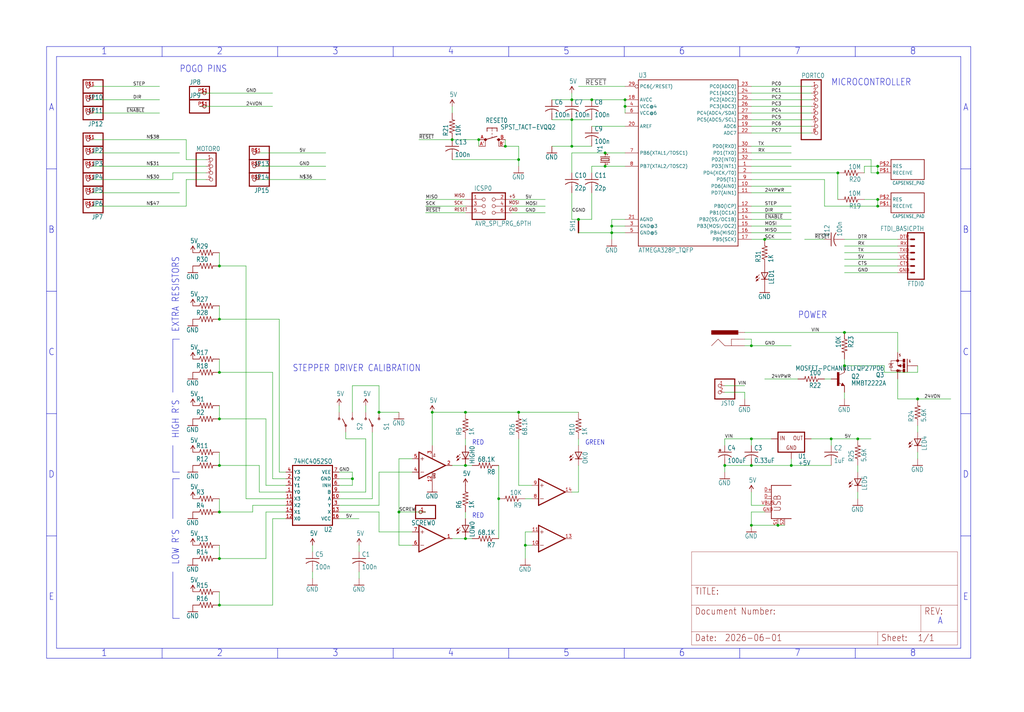
<source format=kicad_sch>
(kicad_sch (version 20230121) (generator eeschema)
  (paper "User" 391.16 271.932)
  (junction (at 83.82 195.58))
  (junction (at 233.68 86.36))
  (junction (at 231.14 58.42))
  (junction (at 226.06 38.1))
  (junction (at 238.76 40.64))
  (junction (at 177.8 205.74))
  (junction (at 287.02 132.08))
  (junction (at 322.58 127))
  (junction (at 322.58 139.7))
  (junction (at 152.4 195.58))
  (junction (at 302.26 177.8))
  (junction (at 134.62 182.88))
  (junction (at 317.5 167.64))
  (junction (at 327.66 167.64))
  (junction (at 320.04 66.04))
  (junction (at 193.04 55.88))
  (junction (at 231.14 63.5))
  (junction (at 172.72 53.34))
  (junction (at 335.28 63.5))
  (junction (at 238.76 38.1))
  (junction (at 218.44 38.1))
  (junction (at 83.82 231.14))
  (junction (at 292.1 91.44))
  (junction (at 200.66 208.28))
  (junction (at 177.8 177.8))
  (junction (at 198.12 60.96))
  (junction (at 190.5 190.5))
  (junction (at 165.1 157.48))
  (junction (at 83.82 213.36))
  (junction (at 198.12 157.48))
  (junction (at 83.82 177.8))
  (junction (at 218.44 55.88))
  (junction (at 83.82 101.6))
  (junction (at 276.86 177.8))
  (junction (at 350.52 152.4))
  (junction (at 177.8 157.48))
  (junction (at 220.98 83.82))
  (junction (at 233.68 88.9))
  (junction (at 287.02 200.66))
  (junction (at 287.02 167.64))
  (junction (at 182.88 53.34))
  (junction (at 335.28 78.74))
  (junction (at 287.02 177.8))
  (junction (at 83.82 160.02))
  (junction (at 144.78 157.48))
  (junction (at 83.82 121.92))
  (junction (at 83.82 142.24))
  (junction (at 335.28 66.04))
  (junction (at 297.18 200.66))
  (junction (at 335.28 76.2))
  (junction (at 218.44 45.72))
  (wire (pts (xy 314.96 91.44) (xy 307.34 91.44)) (stroke (width 0.1524)))
  (wire (pts (xy 342.9 104.14) (xy 322.58 104.14)) (stroke (width 0.1524)))
  (wire (pts (xy 71.12 78.74) (xy 35.56 78.74)) (stroke (width 0.1524)))
  (wire (pts (xy 226.06 63.5) (xy 231.14 63.5)) (stroke (width 0.1524)))
  (wire (pts (xy 76.2 35.56) (xy 104.14 35.56)) (stroke (width 0.1524)))
  (wire (pts (xy 152.4 195.58) (xy 162.56 195.58)) (stroke (width 0.1524)))
  (wire (pts (xy 177.8 198.12) (xy 177.8 195.58)) (stroke (width 0.1524)))
  (wire (pts (xy 119.38 220.98) (xy 119.38 218.44)) (stroke (width 0.1524)))
  (wire (pts (xy 195.58 81.28) (xy 208.28 81.28)) (stroke (width 0.1524)))
  (wire (pts (xy 198.12 185.42) (xy 203.2 185.42)) (stroke (width 0.1524)))
  (wire (pts (xy 287.02 132.08) (xy 302.26 132.08)) (stroke (width 0.1524)))
  (wire (pts (xy 172.72 60.96) (xy 198.12 60.96)) (stroke (width 0.1524)))
  (wire (pts (xy 322.58 152.4) (xy 322.58 149.86)) (stroke (width 0.1524)))
  (wire (pts (xy 342.9 134.62) (xy 342.9 127)) (stroke (width 0.1524)))
  (wire (pts (xy 129.54 157.48) (xy 129.54 154.94)) (stroke (width 0.1524)))
  (wire (pts (xy 83.82 172.72) (xy 83.82 177.8)) (stroke (width 0.1524)))
  (wire (pts (xy 292.1 91.44) (xy 302.26 91.44)) (stroke (width 0.1524)))
  (wire (pts (xy 342.9 152.4) (xy 350.52 152.4)) (stroke (width 0.1524)))
  (wire (pts (xy 101.6 195.58) (xy 109.22 195.58)) (stroke (width 0.1524)))
  (wire (pts (xy 144.78 147.32) (xy 134.62 147.32)) (stroke (width 0.1524)))
  (wire (pts (xy 335.28 63.5) (xy 335.28 66.04)) (stroke (width 0.1524)))
  (wire (pts (xy 327.66 190.5) (xy 327.66 187.96)) (stroke (width 0.1524)))
  (wire (pts (xy 322.58 137.16) (xy 322.58 139.7)) (stroke (width 0.1524)))
  (wire (pts (xy 218.44 35.56) (xy 218.44 38.1)) (stroke (width 0.1524)))
  (wire (pts (xy 83.82 142.24) (xy 104.14 142.24)) (stroke (width 0.1524)))
  (wire (pts (xy 233.68 88.9) (xy 233.68 91.44)) (stroke (width 0.1524)))
  (wire (pts (xy 35.56 63.5) (xy 78.74 63.5)) (stroke (width 0.1524)))
  (wire (pts (xy 198.12 55.88) (xy 198.12 60.96)) (stroke (width 0.1524)))
  (wire (pts (xy 287.02 35.56) (xy 309.88 35.56)) (stroke (width 0.1524)))
  (polyline (pts (xy 66.04 182.88) (xy 68.58 182.88)) (stroke (width 0.1524) (type solid)))
  (wire (pts (xy 190.5 177.8) (xy 190.5 190.5)) (stroke (width 0.1524)))
  (wire (pts (xy 83.82 116.84) (xy 83.82 121.92)) (stroke (width 0.1524)))
  (wire (pts (xy 134.62 147.32) (xy 134.62 157.48)) (stroke (width 0.1524)))
  (wire (pts (xy 35.56 43.18) (xy 60.96 43.18)) (stroke (width 0.1524)))
  (wire (pts (xy 83.82 226.06) (xy 83.82 231.14)) (stroke (width 0.1524)))
  (wire (pts (xy 314.96 78.74) (xy 314.96 68.58)) (stroke (width 0.1524)))
  (wire (pts (xy 314.96 68.58) (xy 287.02 68.58)) (stroke (width 0.1524)))
  (wire (pts (xy 350.52 165.1) (xy 350.52 162.56)) (stroke (width 0.1524)))
  (wire (pts (xy 172.72 53.34) (xy 160.02 53.34)) (stroke (width 0.1524)))
  (wire (pts (xy 284.48 149.86) (xy 284.48 152.4)) (stroke (width 0.1524)))
  (wire (pts (xy 101.6 213.36) (xy 101.6 195.58)) (stroke (width 0.1524)))
  (wire (pts (xy 218.44 38.1) (xy 210.82 38.1)) (stroke (width 0.1524)))
  (wire (pts (xy 292.1 193.04) (xy 287.02 193.04)) (stroke (width 0.1524)))
  (wire (pts (xy 330.2 66.04) (xy 330.2 63.5)) (stroke (width 0.1524)))
  (wire (pts (xy 276.86 170.18) (xy 276.86 167.64)) (stroke (width 0.1524)))
  (wire (pts (xy 218.44 73.66) (xy 218.44 83.82)) (stroke (width 0.1524)))
  (wire (pts (xy 287.02 167.64) (xy 294.64 167.64)) (stroke (width 0.1524)))
  (wire (pts (xy 287.02 88.9) (xy 302.26 88.9)) (stroke (width 0.1524)))
  (wire (pts (xy 129.54 185.42) (xy 134.62 185.42)) (stroke (width 0.1524)))
  (wire (pts (xy 177.8 81.28) (xy 162.56 81.28)) (stroke (width 0.1524)))
  (wire (pts (xy 203.2 208.28) (xy 200.66 208.28)) (stroke (width 0.1524)))
  (wire (pts (xy 83.82 231.14) (xy 104.14 231.14)) (stroke (width 0.1524)))
  (wire (pts (xy 350.52 142.24) (xy 350.52 139.7)) (stroke (width 0.1524)))
  (polyline (pts (xy 66.04 149.86) (xy 66.04 129.54)) (stroke (width 0.1524) (type solid)))
  (wire (pts (xy 144.78 157.48) (xy 152.4 157.48)) (stroke (width 0.1524)))
  (wire (pts (xy 317.5 167.64) (xy 327.66 167.64)) (stroke (width 0.1524)))
  (wire (pts (xy 66.04 66.04) (xy 66.04 68.58)) (stroke (width 0.1524)))
  (wire (pts (xy 203.2 203.2) (xy 200.66 203.2)) (stroke (width 0.1524)))
  (wire (pts (xy 76.2 40.64) (xy 104.14 40.64)) (stroke (width 0.1524)))
  (wire (pts (xy 83.82 195.58) (xy 96.52 195.58)) (stroke (width 0.1524)))
  (wire (pts (xy 177.8 157.48) (xy 198.12 157.48)) (stroke (width 0.1524)))
  (wire (pts (xy 287.02 43.18) (xy 309.88 43.18)) (stroke (width 0.1524)))
  (wire (pts (xy 177.8 78.74) (xy 162.56 78.74)) (stroke (width 0.1524)))
  (wire (pts (xy 287.02 195.58) (xy 287.02 200.66)) (stroke (width 0.1524)))
  (wire (pts (xy 330.2 63.5) (xy 335.28 63.5)) (stroke (width 0.1524)))
  (wire (pts (xy 96.52 195.58) (xy 96.52 193.04)) (stroke (width 0.1524)))
  (wire (pts (xy 238.76 88.9) (xy 233.68 88.9)) (stroke (width 0.1524)))
  (wire (pts (xy 304.8 144.78) (xy 292.1 144.78)) (stroke (width 0.1524)))
  (wire (pts (xy 106.68 121.92) (xy 106.68 180.34)) (stroke (width 0.1524)))
  (wire (pts (xy 129.54 182.88) (xy 134.62 182.88)) (stroke (width 0.1524)))
  (wire (pts (xy 284.48 132.08) (xy 287.02 132.08)) (stroke (width 0.1524)))
  (wire (pts (xy 71.12 60.96) (xy 78.74 60.96)) (stroke (width 0.1524)))
  (wire (pts (xy 220.98 83.82) (xy 226.06 83.82)) (stroke (width 0.1524)))
  (wire (pts (xy 287.02 55.88) (xy 302.26 55.88)) (stroke (width 0.1524)))
  (wire (pts (xy 233.68 83.82) (xy 233.68 86.36)) (stroke (width 0.1524)))
  (wire (pts (xy 276.86 177.8) (xy 276.86 180.34)) (stroke (width 0.1524)))
  (wire (pts (xy 284.48 129.54) (xy 287.02 129.54)) (stroke (width 0.1524)))
  (wire (pts (xy 144.78 203.2) (xy 157.48 203.2)) (stroke (width 0.1524)))
  (wire (pts (xy 220.98 187.96) (xy 218.44 187.96)) (stroke (width 0.1524)))
  (wire (pts (xy 152.4 208.28) (xy 152.4 195.58)) (stroke (width 0.1524)))
  (wire (pts (xy 287.02 60.96) (xy 332.74 60.96)) (stroke (width 0.1524)))
  (wire (pts (xy 287.02 86.36) (xy 302.26 86.36)) (stroke (width 0.1524)))
  (wire (pts (xy 238.76 40.64) (xy 238.76 38.1)) (stroke (width 0.1524)))
  (wire (pts (xy 287.02 81.28) (xy 302.26 81.28)) (stroke (width 0.1524)))
  (wire (pts (xy 218.44 83.82) (xy 220.98 83.82)) (stroke (width 0.1524)))
  (wire (pts (xy 337.82 142.24) (xy 350.52 142.24)) (stroke (width 0.1524)))
  (wire (pts (xy 83.82 96.52) (xy 83.82 101.6)) (stroke (width 0.1524)))
  (wire (pts (xy 83.82 160.02) (xy 101.6 160.02)) (stroke (width 0.1524)))
  (wire (pts (xy 177.8 170.18) (xy 177.8 167.64)) (stroke (width 0.1524)))
  (wire (pts (xy 104.14 182.88) (xy 109.22 182.88)) (stroke (width 0.1524)))
  (wire (pts (xy 330.2 76.2) (xy 335.28 76.2)) (stroke (width 0.1524)))
  (wire (pts (xy 342.9 99.06) (xy 322.58 99.06)) (stroke (width 0.1524)))
  (wire (pts (xy 231.14 58.42) (xy 238.76 58.42)) (stroke (width 0.1524)))
  (wire (pts (xy 332.74 60.96) (xy 332.74 66.04)) (stroke (width 0.1524)))
  (polyline (pts (xy 66.04 180.34) (xy 68.58 180.34)) (stroke (width 0.1524) (type solid)))
  (wire (pts (xy 320.04 76.2) (xy 320.04 66.04)) (stroke (width 0.1524)))
  (wire (pts (xy 287.02 33.02) (xy 309.88 33.02)) (stroke (width 0.1524)))
  (wire (pts (xy 172.72 205.74) (xy 177.8 205.74)) (stroke (width 0.1524)))
  (wire (pts (xy 129.54 195.58) (xy 144.78 195.58)) (stroke (width 0.1524)))
  (wire (pts (xy 198.12 60.96) (xy 198.12 63.5)) (stroke (width 0.1524)))
  (wire (pts (xy 297.18 200.66) (xy 287.02 200.66)) (stroke (width 0.1524)))
  (wire (pts (xy 287.02 91.44) (xy 292.1 91.44)) (stroke (width 0.1524)))
  (wire (pts (xy 327.66 167.64) (xy 332.74 167.64)) (stroke (width 0.1524)))
  (wire (pts (xy 195.58 78.74) (xy 208.28 78.74)) (stroke (width 0.1524)))
  (wire (pts (xy 287.02 170.18) (xy 287.02 167.64)) (stroke (width 0.1524)))
  (wire (pts (xy 157.48 208.28) (xy 152.4 208.28)) (stroke (width 0.1524)))
  (wire (pts (xy 83.82 121.92) (xy 106.68 121.92)) (stroke (width 0.1524)))
  (wire (pts (xy 193.04 55.88) (xy 198.12 55.88)) (stroke (width 0.1524)))
  (wire (pts (xy 93.98 190.5) (xy 93.98 101.6)) (stroke (width 0.1524)))
  (wire (pts (xy 165.1 157.48) (xy 165.1 170.18)) (stroke (width 0.1524)))
  (wire (pts (xy 332.74 66.04) (xy 335.28 66.04)) (stroke (width 0.1524)))
  (wire (pts (xy 177.8 205.74) (xy 180.34 205.74)) (stroke (width 0.1524)))
  (wire (pts (xy 327.66 180.34) (xy 327.66 177.8)) (stroke (width 0.1524)))
  (wire (pts (xy 195.58 76.2) (xy 208.28 76.2)) (stroke (width 0.1524)))
  (wire (pts (xy 287.02 48.26) (xy 309.88 48.26)) (stroke (width 0.1524)))
  (wire (pts (xy 190.5 190.5) (xy 190.5 205.74)) (stroke (width 0.1524)))
  (wire (pts (xy 226.06 73.66) (xy 226.06 83.82)) (stroke (width 0.1524)))
  (wire (pts (xy 218.44 58.42) (xy 231.14 58.42)) (stroke (width 0.1524)))
  (wire (pts (xy 350.52 175.26) (xy 350.52 172.72)) (stroke (width 0.1524)))
  (wire (pts (xy 35.56 73.66) (xy 68.58 73.66)) (stroke (width 0.1524)))
  (wire (pts (xy 342.9 93.98) (xy 322.58 93.98)) (stroke (width 0.1524)))
  (wire (pts (xy 165.1 157.48) (xy 177.8 157.48)) (stroke (width 0.1524)))
  (wire (pts (xy 287.02 73.66) (xy 302.26 73.66)) (stroke (width 0.1524)))
  (wire (pts (xy 134.62 180.34) (xy 129.54 180.34)) (stroke (width 0.1524)))
  (wire (pts (xy 132.08 167.64) (xy 132.08 165.1)) (stroke (width 0.1524)))
  (wire (pts (xy 226.06 55.88) (xy 218.44 55.88)) (stroke (width 0.1524)))
  (wire (pts (xy 172.72 53.34) (xy 182.88 53.34)) (stroke (width 0.1524)))
  (wire (pts (xy 137.16 198.12) (xy 129.54 198.12)) (stroke (width 0.1524)))
  (wire (pts (xy 83.82 213.36) (xy 101.6 213.36)) (stroke (width 0.1524)))
  (wire (pts (xy 152.4 175.26) (xy 157.48 175.26)) (stroke (width 0.1524)))
  (wire (pts (xy 226.06 45.72) (xy 218.44 45.72)) (stroke (width 0.1524)))
  (wire (pts (xy 220.98 167.64) (xy 220.98 170.18)) (stroke (width 0.1524)))
  (wire (pts (xy 129.54 187.96) (xy 139.7 187.96)) (stroke (width 0.1524)))
  (wire (pts (xy 218.44 45.72) (xy 218.44 55.88)) (stroke (width 0.1524)))
  (wire (pts (xy 287.02 83.82) (xy 302.26 83.82)) (stroke (width 0.1524)))
  (wire (pts (xy 226.06 66.04) (xy 226.06 63.5)) (stroke (width 0.1524)))
  (wire (pts (xy 342.9 127) (xy 322.58 127)) (stroke (width 0.1524)))
  (wire (pts (xy 317.5 177.8) (xy 302.26 177.8)) (stroke (width 0.1524)))
  (wire (pts (xy 238.76 33.02) (xy 220.98 33.02)) (stroke (width 0.1524)))
  (wire (pts (xy 287.02 38.1) (xy 309.88 38.1)) (stroke (width 0.1524)))
  (wire (pts (xy 177.8 177.8) (xy 180.34 177.8)) (stroke (width 0.1524)))
  (wire (pts (xy 101.6 185.42) (xy 109.22 185.42)) (stroke (width 0.1524)))
  (wire (pts (xy 71.12 53.34) (xy 35.56 53.34)) (stroke (width 0.1524)))
  (wire (pts (xy 287.02 45.72) (xy 309.88 45.72)) (stroke (width 0.1524)))
  (wire (pts (xy 83.82 101.6) (xy 93.98 101.6)) (stroke (width 0.1524)))
  (wire (pts (xy 144.78 180.34) (xy 157.48 180.34)) (stroke (width 0.1524)))
  (wire (pts (xy 139.7 187.96) (xy 139.7 167.64)) (stroke (width 0.1524)))
  (polyline (pts (xy 66.04 170.18) (xy 66.04 180.34)) (stroke (width 0.1524) (type solid)))
  (wire (pts (xy 287.02 50.8) (xy 309.88 50.8)) (stroke (width 0.1524)))
  (polyline (pts (xy 66.04 129.54) (xy 68.58 129.54)) (stroke (width 0.1524) (type solid)))
  (wire (pts (xy 322.58 127) (xy 284.48 127)) (stroke (width 0.1524)))
  (wire (pts (xy 144.78 157.48) (xy 144.78 147.32)) (stroke (width 0.1524)))
  (wire (pts (xy 287.02 193.04) (xy 287.02 187.96)) (stroke (width 0.1524)))
  (wire (pts (xy 137.16 208.28) (xy 137.16 210.82)) (stroke (width 0.1524)))
  (wire (pts (xy 96.52 193.04) (xy 109.22 193.04)) (stroke (width 0.1524)))
  (wire (pts (xy 104.14 198.12) (xy 109.22 198.12)) (stroke (width 0.1524)))
  (wire (pts (xy 83.82 190.5) (xy 83.82 195.58)) (stroke (width 0.1524)))
  (wire (pts (xy 218.44 55.88) (xy 210.82 55.88)) (stroke (width 0.1524)))
  (wire (pts (xy 104.14 231.14) (xy 104.14 198.12)) (stroke (width 0.1524)))
  (wire (pts (xy 317.5 167.64) (xy 317.5 170.18)) (stroke (width 0.1524)))
  (wire (pts (xy 238.76 43.18) (xy 238.76 40.64)) (stroke (width 0.1524)))
  (wire (pts (xy 152.4 195.58) (xy 152.4 175.26)) (stroke (width 0.1524)))
  (wire (pts (xy 335.28 78.74) (xy 314.96 78.74)) (stroke (width 0.1524)))
  (polyline (pts (xy 66.04 198.12) (xy 66.04 182.88)) (stroke (width 0.1524) (type solid)))
  (wire (pts (xy 35.56 58.42) (xy 68.58 58.42)) (stroke (width 0.1524)))
  (wire (pts (xy 218.44 45.72) (xy 210.82 45.72)) (stroke (width 0.1524)))
  (wire (pts (xy 144.78 193.04) (xy 144.78 180.34)) (stroke (width 0.1524)))
  (wire (pts (xy 203.2 190.5) (xy 200.66 190.5)) (stroke (width 0.1524)))
  (wire (pts (xy 292.1 195.58) (xy 287.02 195.58)) (stroke (width 0.1524)))
  (wire (pts (xy 342.9 96.52) (xy 322.58 96.52)) (stroke (width 0.1524)))
  (wire (pts (xy 238.76 86.36) (xy 233.68 86.36)) (stroke (width 0.1524)))
  (wire (pts (xy 342.9 144.78) (xy 342.9 152.4)) (stroke (width 0.1524)))
  (wire (pts (xy 231.14 63.5) (xy 238.76 63.5)) (stroke (width 0.1524)))
  (wire (pts (xy 139.7 157.48) (xy 139.7 154.94)) (stroke (width 0.1524)))
  (wire (pts (xy 99.06 63.5) (xy 124.46 63.5)) (stroke (width 0.1524)))
  (wire (pts (xy 71.12 68.58) (xy 78.74 68.58)) (stroke (width 0.1524)))
  (wire (pts (xy 172.72 40.64) (xy 172.72 43.18)) (stroke (width 0.1524)))
  (wire (pts (xy 200.66 208.28) (xy 200.66 213.36)) (stroke (width 0.1524)))
  (wire (pts (xy 134.62 182.88) (xy 134.62 180.34)) (stroke (width 0.1524)))
  (wire (pts (xy 129.54 193.04) (xy 144.78 193.04)) (stroke (width 0.1524)))
  (wire (pts (xy 287.02 58.42) (xy 302.26 58.42)) (stroke (width 0.1524)))
  (wire (pts (xy 104.14 142.24) (xy 104.14 182.88)) (stroke (width 0.1524)))
  (wire (pts (xy 142.24 165.1) (xy 142.24 190.5)) (stroke (width 0.1524)))
  (wire (pts (xy 287.02 66.04) (xy 320.04 66.04)) (stroke (width 0.1524)))
  (wire (pts (xy 182.88 53.34) (xy 182.88 55.88)) (stroke (width 0.1524)))
  (wire (pts (xy 66.04 68.58) (xy 35.56 68.58)) (stroke (width 0.1524)))
  (wire (pts (xy 35.56 38.1) (xy 60.96 38.1)) (stroke (width 0.1524)))
  (wire (pts (xy 78.74 66.04) (xy 66.04 66.04)) (stroke (width 0.1524)))
  (polyline (pts (xy 66.04 236.22) (xy 68.58 236.22)) (stroke (width 0.1524) (type solid)))
  (wire (pts (xy 101.6 160.02) (xy 101.6 185.42)) (stroke (width 0.1524)))
  (wire (pts (xy 109.22 190.5) (xy 93.98 190.5)) (stroke (width 0.1524)))
  (wire (pts (xy 287.02 78.74) (xy 302.26 78.74)) (stroke (width 0.1524)))
  (wire (pts (xy 220.98 177.8) (xy 220.98 187.96)) (stroke (width 0.1524)))
  (wire (pts (xy 198.12 157.48) (xy 220.98 157.48)) (stroke (width 0.1524)))
  (wire (pts (xy 238.76 38.1) (xy 226.06 38.1)) (stroke (width 0.1524)))
  (wire (pts (xy 287.02 63.5) (xy 302.26 63.5)) (stroke (width 0.1524)))
  (wire (pts (xy 350.52 152.4) (xy 363.22 152.4)) (stroke (width 0.1524)))
  (wire (pts (xy 83.82 177.8) (xy 99.06 177.8)) (stroke (width 0.1524)))
  (wire (pts (xy 172.72 177.8) (xy 177.8 177.8)) (stroke (width 0.1524)))
  (wire (pts (xy 198.12 167.64) (xy 198.12 185.42)) (stroke (width 0.1524)))
  (wire (pts (xy 218.44 66.04) (xy 218.44 58.42)) (stroke (width 0.1524)))
  (wire (pts (xy 83.82 137.16) (xy 83.82 142.24)) (stroke (width 0.1524)))
  (wire (pts (xy 83.82 208.28) (xy 83.82 213.36)) (stroke (width 0.1524)))
  (wire (pts (xy 337.82 139.7) (xy 337.82 142.24)) (stroke (width 0.1524)))
  (wire (pts (xy 83.82 154.94) (xy 83.82 160.02)) (stroke (width 0.1524)))
  (wire (pts (xy 322.58 139.7) (xy 337.82 139.7)) (stroke (width 0.1524)))
  (wire (pts (xy 99.06 68.58) (xy 124.46 68.58)) (stroke (width 0.1524)))
  (wire (pts (xy 302.26 175.26) (xy 302.26 177.8)) (stroke (width 0.1524)))
  (wire (pts (xy 35.56 33.02) (xy 60.96 33.02)) (stroke (width 0.1524)))
  (wire (pts (xy 71.12 68.58) (xy 71.12 78.74)) (stroke (width 0.1524)))
  (wire (pts (xy 106.68 180.34) (xy 109.22 180.34)) (stroke (width 0.1524)))
  (wire (pts (xy 177.8 76.2) (xy 162.56 76.2)) (stroke (width 0.1524)))
  (wire (pts (xy 193.04 53.34) (xy 193.04 55.88)) (stroke (width 0.1524)))
  (wire (pts (xy 233.68 86.36) (xy 233.68 88.9)) (stroke (width 0.1524)))
  (wire (pts (xy 276.86 167.64) (xy 287.02 167.64)) (stroke (width 0.1524)))
  (wire (pts (xy 137.16 220.98) (xy 137.16 218.44)) (stroke (width 0.1524)))
  (wire (pts (xy 342.9 91.44) (xy 322.58 91.44)) (stroke (width 0.1524)))
  (wire (pts (xy 200.66 203.2) (xy 200.66 208.28)) (stroke (width 0.1524)))
  (wire (pts (xy 299.72 200.66) (xy 297.18 200.66)) (stroke (width 0.1524)))
  (wire (pts (xy 335.28 76.2) (xy 335.28 78.74)) (stroke (width 0.1524)))
  (wire (pts (xy 144.78 195.58) (xy 144.78 203.2)) (stroke (width 0.1524)))
  (wire (pts (xy 287.02 71.12) (xy 302.26 71.12)) (stroke (width 0.1524)))
  (wire (pts (xy 71.12 60.96) (xy 71.12 53.34)) (stroke (width 0.1524)))
  (wire (pts (xy 99.06 187.96) (xy 109.22 187.96)) (stroke (width 0.1524)))
  (wire (pts (xy 342.9 101.6) (xy 322.58 101.6)) (stroke (width 0.1524)))
  (wire (pts (xy 287.02 177.8) (xy 276.86 177.8)) (stroke (width 0.1524)))
  (wire (pts (xy 119.38 208.28) (xy 119.38 210.82)) (stroke (width 0.1524)))
  (polyline (pts (xy 66.04 218.44) (xy 66.04 236.22)) (stroke (width 0.1524) (type solid)))
  (wire (pts (xy 276.86 147.32) (xy 284.48 147.32)) (stroke (width 0.1524)))
  (wire (pts (xy 99.06 177.8) (xy 99.06 187.96)) (stroke (width 0.1524)))
  (wire (pts (xy 134.62 185.42) (xy 134.62 182.88)) (stroke (width 0.1524)))
  (wire (pts (xy 139.7 167.64) (xy 132.08 167.64)) (stroke (width 0.1524)))
  (wire (pts (xy 302.26 177.8) (xy 287.02 177.8)) (stroke (width 0.1524)))
  (wire (pts (xy 220.98 88.9) (xy 233.68 88.9)) (stroke (width 0.1524)))
  (wire (pts (xy 276.86 149.86) (xy 284.48 149.86)) (stroke (width 0.1524)))
  (wire (pts (xy 142.24 190.5) (xy 129.54 190.5)) (stroke (width 0.1524)))
  (wire (pts (xy 287.02 40.64) (xy 309.88 40.64)) (stroke (width 0.1524)))
  (wire (pts (xy 226.06 38.1) (xy 218.44 38.1)) (stroke (width 0.1524)))
  (wire (pts (xy 309.88 167.64) (xy 317.5 167.64)) (stroke (width 0.1524)))
  (wire (pts (xy 314.96 144.78) (xy 317.5 144.78)) (stroke (width 0.1524)))
  (wire (pts (xy 99.06 58.42) (xy 124.46 58.42)) (stroke (width 0.1524)))
  (wire (pts (xy 238.76 83.82) (xy 233.68 83.82)) (stroke (width 0.1524)))
  (wire (pts (xy 287.02 129.54) (xy 287.02 132.08)) (stroke (width 0.1524)))
  (wire (pts (xy 238.76 48.26) (xy 226.06 48.26)) (stroke (width 0.1524)))
  (polyline (pts (xy 367.03 21.59) (xy 21.59 21.59)))
  (polyline (pts (xy 150.1775 17.78) (xy 150.1775 21.59)))
  (polyline (pts (xy 17.78 157.988) (xy 21.59 157.988)))
  (polyline (pts (xy 367.03 111.252) (xy 370.84 111.252)))
  (polyline (pts (xy 326.7075 17.78) (xy 326.7075 21.59)))
  (polyline (pts (xy 106.045 247.65) (xy 106.045 251.46)))
  (polyline (pts (xy 238.4425 247.65) (xy 238.4425 251.46)))
  (polyline (pts (xy 282.575 17.78) (xy 282.575 21.59)))
  (polyline (pts (xy 194.31 17.78) (xy 194.31 21.59)))
  (polyline (pts (xy 17.78 204.724) (xy 21.59 204.724)))
  (polyline (pts (xy 61.9125 247.65) (xy 61.9125 251.46)))
  (polyline (pts (xy 17.78 17.78) (xy 370.84 17.78) (xy 370.84 251.46) (xy 17.78 251.46) (xy 17.78 17.78)))
  (polyline (pts (xy 21.59 21.59) (xy 21.59 247.65)))
  (polyline (pts (xy 367.03 64.516) (xy 370.84 64.516)))
  (polyline (pts (xy 106.045 17.78) (xy 106.045 21.59)))
  (polyline (pts (xy 61.9125 17.78) (xy 61.9125 21.59)))
  (polyline (pts (xy 367.03 21.59) (xy 367.03 247.65)))
  (polyline (pts (xy 367.03 247.65) (xy 21.59 247.65)))
  (polyline (pts (xy 326.7075 247.65) (xy 326.7075 251.46)))
  (polyline (pts (xy 367.03 204.724) (xy 370.84 204.724)))
  (polyline (pts (xy 150.1775 247.65) (xy 150.1775 251.46)))
  (polyline (pts (xy 17.78 111.252) (xy 21.59 111.252)))
  (polyline (pts (xy 194.31 247.65) (xy 194.31 251.46)))
  (polyline (pts (xy 17.78 64.516) (xy 21.59 64.516)))
  (polyline (pts (xy 238.4425 17.78) (xy 238.4425 21.59)))
  (polyline (pts (xy 367.03 157.988) (xy 370.84 157.988)))
  (polyline (pts (xy 282.575 247.65) (xy 282.575 251.46)))
  (text "POWER" (at 304.8 121.92 0) (effects (font (size 2.54 2.159)) (justify left bottom)))
  (text "LOW R'S" (at 68.58 215.9 90) (effects (font (size 2.54 2.159)) (justify left bottom)))
  (text "D" (at 368.935 181.356 0) (effects (font (size 2.54 2.286))))
  (text "A" (at 358.14 238.76 0) (effects (font (size 2.54 2.159)) (justify left bottom)))
  (text "4" (at 172.2438 249.555 0) (effects (font (size 2.54 2.286))))
  (text "A" (at 368.935 41.148 0) (effects (font (size 2.54 2.286))))
  (text "3" (at 128.1113 249.555 0) (effects (font (size 2.54 2.286))))
  (text "4" (at 172.2438 19.685 0) (effects (font (size 2.54 2.286))))
  (text "STEPPER DRIVER CALIBRATION" (at 111.76 142.24 0) (effects (font (size 2.54 2.159)) (justify left bottom)))
  (text "5" (at 216.3763 249.555 0) (effects (font (size 2.54 2.286))))
  (text "7" (at 304.6413 19.685 0) (effects (font (size 2.54 2.286))))
  (text "7" (at 304.6413 249.555 0) (effects (font (size 2.54 2.286))))
  (text "8" (at 348.7738 249.555 0) (effects (font (size 2.54 2.286))))
  (text "POGO PINS" (at 68.58 27.94 0) (effects (font (size 2.54 2.159)) (justify left bottom)))
  (text "6" (at 260.5088 19.685 0) (effects (font (size 2.54 2.286))))
  (text "RED" (at 180.34 170.18 0) (effects (font (size 1.778 1.5113)) (justify left bottom)))
  (text "C" (at 368.935 134.62 0) (effects (font (size 2.54 2.286))))
  (text "B" (at 368.935 87.884 0) (effects (font (size 2.54 2.286))))
  (text "E" (at 368.935 228.092 0) (effects (font (size 2.54 2.286))))
  (text "2" (at 83.9788 19.685 0) (effects (font (size 2.54 2.286))))
  (text "2" (at 83.9788 249.555 0) (effects (font (size 2.54 2.286))))
  (text "5" (at 216.3763 19.685 0) (effects (font (size 2.54 2.286))))
  (text "A" (at 19.685 41.148 0) (effects (font (size 2.54 2.286))))
  (text "MICROCONTROLLER" (at 317.5 33.02 0) (effects (font (size 2.54 2.159)) (justify left bottom)))
  (text "1" (at 39.8463 249.555 0) (effects (font (size 2.54 2.286))))
  (text "8" (at 348.7738 19.685 0) (effects (font (size 2.54 2.286))))
  (text "GREEN" (at 223.52 170.18 0) (effects (font (size 1.778 1.5113)) (justify left bottom)))
  (text "C" (at 19.685 134.62 0) (effects (font (size 2.54 2.286))))
  (text "1" (at 39.8463 19.685 0) (effects (font (size 2.54 2.286))))
  (text "B" (at 19.685 87.884 0) (effects (font (size 2.54 2.286))))
  (text "RED" (at 180.34 198.12 0) (effects (font (size 1.778 1.5113)) (justify left bottom)))
  (text "HIGH R'S" (at 68.58 167.64 90) (effects (font (size 2.54 2.159)) (justify left bottom)))
  (text "D" (at 19.685 181.356 0) (effects (font (size 2.54 2.286))))
  (text "EXTRA RESISTORS" (at 68.58 127 90) (effects (font (size 2.54 2.159)) (justify left bottom)))
  (text "E" (at 19.685 228.092 0) (effects (font (size 2.54 2.286))))
  (text "6" (at 260.5088 249.555 0) (effects (font (size 2.54 2.286))))
  (text "3" (at 128.1113 19.685 0) (effects (font (size 2.54 2.286))))
  (label "24VON" (at 93.98 40.64 0) (effects (font (size 1.2446 1.2446))))
  (label "GND" (at 129.54 180.34 0) (effects (font (size 1.2446 1.2446))))
  (label "RX" (at 327.66 93.98 0) (effects (font (size 1.2446 1.2446))))
  (label "GND" (at 292.1 132.08 0) (effects (font (size 1.2446 1.2446))))
  (label "N$36" (at 114.3 68.58 0) (effects (font (size 1.2446 1.2446))))
  (label "SCK" (at 162.56 78.74 0) (effects (font (size 1.2446 1.2446))))
  (label "MOSI" (at 292.1 86.36 0) (effects (font (size 1.2446 1.2446))))
  (label "PC4" (at 294.64 43.18 0) (effects (font (size 1.2446 1.2446))))
  (label "MOSI" (at 200.66 78.74 0) (effects (font (size 1.2446 1.2446))))
  (label "PC6" (at 294.64 48.26 0) (effects (font (size 1.2446 1.2446))))
  (label "~{RESET}" (at 162.56 81.28 0) (effects (font (size 1.2446 1.2446))))
  (label "TX" (at 327.66 96.52 0) (effects (font (size 1.2446 1.2446))))
  (label "N$31" (at 55.88 63.5 0) (effects (font (size 1.2446 1.2446))))
  (label "GND" (at 327.66 104.14 0) (effects (font (size 1.2446 1.2446))))
  (label "SCK" (at 292.1 91.44 0) (effects (font (size 1.2446 1.2446))))
  (label "RX" (at 289.56 58.42 0) (effects (font (size 1.2446 1.2446))))
  (label "~{ENABLE}" (at 292.1 83.82 0) (effects (font (size 1.2446 1.2446))))
  (label "24VON" (at 353.06 152.4 0) (effects (font (size 1.2446 1.2446))))
  (label "N$38" (at 55.88 53.34 0) (effects (font (size 1.2446 1.2446))))
  (label "PC3" (at 294.64 40.64 0) (effects (font (size 1.2446 1.2446))))
  (label "~{RESET}" (at 160.02 53.34 0) (effects (font (size 1.2446 1.2446))))
  (label "24VPWR" (at 292.1 73.66 0) (effects (font (size 1.2446 1.2446))))
  (label "GND" (at 93.98 35.56 0) (effects (font (size 1.2446 1.2446))))
  (label "5V" (at 132.08 198.12 0) (effects (font (size 1.2446 1.2446))))
  (label "CGND" (at 218.44 81.28 0) (effects (font (size 1.2446 1.2446))))
  (label "~{ENABLE}" (at 48.26 43.18 0) (effects (font (size 1.2446 1.2446))))
  (label "GND" (at 200.66 81.28 0) (effects (font (size 1.2446 1.2446))))
  (label "DIR" (at 292.1 81.28 0) (effects (font (size 1.2446 1.2446))))
  (label "STEP" (at 292.1 78.74 0) (effects (font (size 1.2446 1.2446))))
  (label "N$30" (at 55.88 68.58 0) (effects (font (size 1.2446 1.2446))))
  (label "PC1" (at 294.64 35.56 0) (effects (font (size 1.2446 1.2446))))
  (label "STEP" (at 50.8 33.02 0) (effects (font (size 1.2446 1.2446))))
  (label "5V" (at 327.66 99.06 0) (effects (font (size 1.2446 1.2446))))
  (label "VIN" (at 276.86 167.64 0) (effects (font (size 1.2446 1.2446))))
  (label "PC2" (at 294.64 38.1 0) (effects (font (size 1.2446 1.2446))))
  (label "N$47" (at 55.88 78.74 0) (effects (font (size 1.2446 1.2446))))
  (label "PC7" (at 294.64 50.8 0) (effects (font (size 1.2446 1.2446))))
  (label "~{RESET}" (at 223.52 33.02 0) (effects (font (size 1.778 1.778))))
  (label "CTS" (at 327.66 101.6 0) (effects (font (size 1.2446 1.2446))))
  (label "TX" (at 289.56 55.88 0) (effects (font (size 1.2446 1.2446))))
  (label "MISO" (at 292.1 88.9 0) (effects (font (size 1.2446 1.2446))))
  (label "VIN" (at 281.94 147.32 0) (effects (font (size 1.2446 1.2446))))
  (label "VIN" (at 309.88 127 0) (effects (font (size 1.2446 1.2446))))
  (label "5V" (at 114.3 58.42 0) (effects (font (size 1.2446 1.2446))))
  (label "DTR" (at 327.66 91.44 0) (effects (font (size 1.2446 1.2446))))
  (label "24VPWR" (at 294.64 144.78 0) (effects (font (size 1.2446 1.2446))))
  (label "SCREW" (at 152.4 195.58 0) (effects (font (size 1.2446 1.2446))))
  (label "~{RESET}" (at 311.15 91.44 0) (effects (font (size 1.2446 1.2446))))
  (label "5V" (at 200.66 76.2 0) (effects (font (size 1.2446 1.2446))))
  (label "GND" (at 114.3 63.5 0) (effects (font (size 1.2446 1.2446))))
  (label "PC0" (at 294.64 33.02 0) (effects (font (size 1.2446 1.2446))))
  (label "DIR" (at 50.8 38.1 0) (effects (font (size 1.2446 1.2446))))
  (label "5V" (at 322.58 167.64 0) (effects (font (size 1.2446 1.2446))))
  (label "MISO" (at 162.56 76.2 0) (effects (font (size 1.2446 1.2446))))
  (label "PC5" (at 294.64 45.72 0) (effects (font (size 1.2446 1.2446))))
  (symbol (lib_id "working-eagle-import:LM339D") (at 165.1 177.8 0) (unit 1)
    (property "Reference" "IC2" (effects hide))
    (property "Value" "LM339D" (effects hide))
    (property "Footprint" "working:SO14" (effects hide))
  )
  (symbol (lib_id "working-eagle-import:5V") (at 218.44 35.56 0) (unit 1)
    (property "Reference" "#SUPPLY17" (effects hide))
    (property "Value" "5V" (at 217.424 32.004 0) (effects (font (size 1.778 1.5113)) (justify left bottom)))
  )
  (symbol (lib_id "working-eagle-import:R-US_M0805") (at 78.74 137.16 0) (unit 1)
    (property "Reference" "R17" (at 74.93 135.6614 0) (effects (font (size 1.778 1.5113)) (justify left bottom)))
    (property "Value" "R-US_M0805" (effects hide))
    (property "Footprint" "working:M0805" (effects hide))
  )
  (symbol (lib_id "working-eagle-import:MarcEagleParts_PINHD-1X1") (at 33.02 43.18 180) (unit 1)
    (property "Reference" "JP12" (at 39.37 46.355 0) (effects (font (size 1.778 1.5113)) (justify left bottom)))
    (property "Value" "PINHD-1X1" (effects hide))
    (property "Footprint" "working:POGOPIN" (effects hide))
  )
  (symbol (lib_id "working-eagle-import:GND") (at 73.66 233.68 0) (unit 1)
    (property "Reference" "#GND10" (effects hide))
    (property "Value" "GND" (at 71.12 236.22 0) (effects (font (size 1.778 1.5113)) (justify left bottom)))
  )
  (symbol (lib_id "working-eagle-import:POWER_JACKPTH") (at 281.94 134.62 0) (unit 1)
    (property "Reference" "JP1" (effects hide))
    (property "Value" "POWER_JACKPTH" (effects hide))
    (property "Footprint" "working:POWER_JACK_PTH" (effects hide))
  )
  (symbol (lib_id "working-eagle-import:GND") (at 73.66 180.34 0) (unit 1)
    (property "Reference" "#GND8" (effects hide))
    (property "Value" "GND" (at 71.12 182.88 0) (effects (font (size 1.778 1.5113)) (justify left bottom)))
  )
  (symbol (lib_id "working-eagle-import:GND") (at 165.1 187.96 0) (unit 1)
    (property "Reference" "#GND1" (effects hide))
    (property "Value" "GND" (at 162.56 190.5 0) (effects (font (size 1.778 1.5113)) (justify left bottom)))
  )
  (symbol (lib_id "working-eagle-import:MarcEagleParts_PINHD-1X1") (at 33.02 73.66 180) (unit 1)
    (property "Reference" "JP6" (at 39.37 76.835 0) (effects (font (size 1.778 1.5113)) (justify left bottom)))
    (property "Value" "PINHD-1X1" (effects hide))
    (property "Footprint" "working:POGOPIN" (effects hide))
  )
  (symbol (lib_id "working-eagle-import:LEDCHIPLED_0805") (at 327.66 182.88 0) (unit 1)
    (property "Reference" "LED5" (at 331.216 187.452 90) (effects (font (size 1.778 1.5113)) (justify left bottom)))
    (property "Value" "LEDCHIPLED_0805" (effects hide))
    (property "Footprint" "working:CHIPLED_0805" (effects hide))
  )
  (symbol (lib_id "working-eagle-import:R-US_M0805") (at 198.12 162.56 90) (unit 1)
    (property "Reference" "R26" (at 196.6214 166.37 0) (effects (font (size 1.778 1.5113)) (justify left bottom)))
    (property "Value" "68.1K" (at 201.422 166.37 0) (effects (font (size 1.778 1.5113)) (justify left bottom)))
    (property "Footprint" "working:M0805" (effects hide))
  )
  (symbol (lib_id "working-eagle-import:C-USC0805") (at 317.5 91.44 90) (unit 1)
    (property "Reference" "C12" (at 316.865 90.424 0) (effects (font (size 1.778 1.5113)) (justify left bottom)))
    (property "Value" "100n" (at 321.691 90.424 0) (effects (font (size 1.778 1.5113)) (justify left bottom)))
    (property "Footprint" "working:C0805" (effects hide))
  )
  (symbol (lib_id "working-eagle-import:R-US_M0805") (at 78.74 172.72 0) (unit 1)
    (property "Reference" "R11" (at 74.93 171.2214 0) (effects (font (size 1.778 1.5113)) (justify left bottom)))
    (property "Value" "R-US_M0805" (effects hide))
    (property "Footprint" "working:M0805" (effects hide))
  )
  (symbol (lib_id "working-eagle-import:DOCFIELD") (at 264.16 246.38 0) (unit 1)
    (property "Reference" "#FRAME1" (effects hide))
    (property "Value" "DOCFIELD" (effects hide))
  )
  (symbol (lib_id "working-eagle-import:CPOL-USUD-8X10") (at 276.86 172.72 0) (unit 1)
    (property "Reference" "C4" (at 277.876 172.085 0) (effects (font (size 1.778 1.5113)) (justify left bottom)))
    (property "Value" "100uF" (at 277.876 176.911 0) (effects (font (size 1.778 1.5113)) (justify left bottom)))
    (property "Footprint" "working:UD-8X10_NICHICON" (effects hide))
  )
  (symbol (lib_id "working-eagle-import:R-US_M0805") (at 325.12 76.2 180) (unit 1)
    (property "Reference" "R19" (at 328.93 77.6986 0) (effects (font (size 1.778 1.5113)) (justify left bottom)))
    (property "Value" "10M" (at 328.93 72.898 0) (effects (font (size 1.778 1.5113)) (justify left bottom)))
    (property "Footprint" "working:M0805" (effects hide))
  )
  (symbol (lib_id "working-eagle-import:GND") (at 210.82 58.42 0) (unit 1)
    (property "Reference" "#GND15" (effects hide))
    (property "Value" "GND" (at 208.28 60.96 0) (effects (font (size 1.778 1.5113)) (justify left bottom)))
  )
  (symbol (lib_id "working-eagle-import:PINHD-1X1") (at 160.02 195.58 180) (unit 1)
    (property "Reference" "SCREW0" (at 166.37 198.755 0) (effects (font (size 1.778 1.5113)) (justify left bottom)))
    (property "Value" "PINHD-1X1" (effects hide))
    (property "Footprint" "working:1X01" (effects hide))
  )
  (symbol (lib_id "working-eagle-import:R-US_M0805") (at 78.74 226.06 0) (unit 1)
    (property "Reference" "R15" (at 74.93 224.5614 0) (effects (font (size 1.778 1.5113)) (justify left bottom)))
    (property "Value" "R-US_M0805" (effects hide))
    (property "Footprint" "working:M0805" (effects hide))
  )
  (symbol (lib_id "working-eagle-import:5V") (at 137.16 208.28 0) (unit 1)
    (property "Reference" "#SUPPLY8" (effects hide))
    (property "Value" "5V" (at 136.144 204.724 0) (effects (font (size 1.778 1.5113)) (justify left bottom)))
  )
  (symbol (lib_id "working-eagle-import:GND") (at 284.48 154.94 0) (unit 1)
    (property "Reference" "#GND7" (effects hide))
    (property "Value" "GND" (at 281.94 157.48 0) (effects (font (size 1.778 1.5113)) (justify left bottom)))
  )
  (symbol (lib_id "working-eagle-import:R-US_M0805") (at 177.8 190.5 90) (unit 1)
    (property "Reference" "R6" (at 176.3014 194.31 0) (effects (font (size 1.778 1.5113)) (justify left bottom)))
    (property "Value" "1K" (at 181.102 194.31 0) (effects (font (size 1.778 1.5113)) (justify left bottom)))
    (property "Footprint" "working:M0805" (effects hide))
  )
  (symbol (lib_id "working-eagle-import:5V") (at 287.02 187.96 0) (unit 1)
    (property "Reference" "#SUPPLY19" (effects hide))
    (property "Value" "5V" (at 286.004 184.404 0) (effects (font (size 1.778 1.5113)) (justify left bottom)))
  )
  (symbol (lib_id "working-eagle-import:R-US_M0805") (at 78.74 208.28 0) (unit 1)
    (property "Reference" "R13" (at 74.93 206.7814 0) (effects (font (size 1.778 1.5113)) (justify left bottom)))
    (property "Value" "R-US_M0805" (effects hide))
    (property "Footprint" "working:M0805" (effects hide))
  )
  (symbol (lib_id "working-eagle-import:MarcEagleParts_PINHD-1X1") (at 33.02 68.58 180) (unit 1)
    (property "Reference" "JP5" (at 39.37 71.755 0) (effects (font (size 1.778 1.5113)) (justify left bottom)))
    (property "Value" "PINHD-1X1" (effects hide))
    (property "Footprint" "working:POGOPIN" (effects hide))
  )
  (symbol (lib_id "working-eagle-import:SWITCH-SPDTKIT") (at 132.08 162.56 90) (unit 1)
    (property "Reference" "S2" (at 138.43 164.465 0) (effects (font (size 1.778 1.5113)) (justify left bottom)))
    (property "Value" "SWITCH-SPDTKIT" (effects hide))
    (property "Footprint" "working:SWITCH-SPDT_KIT" (effects hide))
  )
  (symbol (lib_id "working-eagle-import:GND") (at 292.1 111.76 0) (unit 1)
    (property "Reference" "#GND23" (effects hide))
    (property "Value" "GND" (at 289.56 114.3 0) (effects (font (size 1.778 1.5113)) (justify left bottom)))
  )
  (symbol (lib_id "working-eagle-import:ATMEGA328P_TQFP") (at 264.16 63.5 0) (unit 1)
    (property "Reference" "U3" (at 243.84 29.718 0) (effects (font (size 1.778 1.5113)) (justify left bottom)))
    (property "Value" "ATMEGA328P_TQFP" (at 243.84 96.52 0) (effects (font (size 1.778 1.5113)) (justify left bottom)))
    (property "Footprint" "working:TQFP32-08" (effects hide))
  )
  (symbol (lib_id "working-eagle-import:MarcEagleParts_PINHD-1X1") (at 33.02 63.5 180) (unit 1)
    (property "Reference" "JP4" (at 39.37 66.675 0) (effects (font (size 1.778 1.5113)) (justify left bottom)))
    (property "Value" "PINHD-1X1" (effects hide))
    (property "Footprint" "working:POGOPIN" (effects hide))
  )
  (symbol (lib_id "working-eagle-import:LM339D") (at 210.82 187.96 0) (unit 4)
    (property "Reference" "IC2" (effects hide))
    (property "Value" "LM339D" (effects hide))
    (property "Footprint" "working:SO14" (effects hide))
  )
  (symbol (lib_id "working-eagle-import:5V") (at 73.66 116.84 0) (unit 1)
    (property "Reference" "#SUPPLY5" (effects hide))
    (property "Value" "5V" (at 72.644 113.284 0) (effects (font (size 1.778 1.5113)) (justify left bottom)))
  )
  (symbol (lib_id "working-eagle-import:R-US_M0805") (at 185.42 177.8 180) (unit 1)
    (property "Reference" "R8" (at 189.23 179.2986 0) (effects (font (size 1.778 1.5113)) (justify left bottom)))
    (property "Value" "68.1K" (at 189.23 174.498 0) (effects (font (size 1.778 1.5113)) (justify left bottom)))
    (property "Footprint" "working:M0805" (effects hide))
  )
  (symbol (lib_id "working-eagle-import:R-US_M0805") (at 78.74 177.8 0) (unit 1)
    (property "Reference" "R12" (at 74.93 176.3014 0) (effects (font (size 1.778 1.5113)) (justify left bottom)))
    (property "Value" "R-US_M0805" (effects hide))
    (property "Footprint" "working:M0805" (effects hide))
  )
  (symbol (lib_id "working-eagle-import:R-US_M0805") (at 177.8 162.56 90) (unit 1)
    (property "Reference" "R5" (at 176.3014 166.37 0) (effects (font (size 1.778 1.5113)) (justify left bottom)))
    (property "Value" "1K" (at 181.102 166.37 0) (effects (font (size 1.778 1.5113)) (justify left bottom)))
    (property "Footprint" "working:M0805" (effects hide))
  )
  (symbol (lib_id "working-eagle-import:LM339D") (at 165.1 177.8 0) (unit 2)
    (property "Reference" "IC2" (effects hide))
    (property "Value" "LM339D" (effects hide))
    (property "Footprint" "working:SO14" (effects hide))
  )
  (symbol (lib_id "working-eagle-import:C-USC0805") (at 317.5 172.72 0) (unit 1)
    (property "Reference" "C2" (at 318.516 172.085 0) (effects (font (size 1.778 1.5113)) (justify left bottom)))
    (property "Value" "1uF" (at 318.516 176.911 0) (effects (font (size 1.778 1.5113)) (justify left bottom)))
    (property "Footprint" "working:C0805" (effects hide))
  )
  (symbol (lib_id "working-eagle-import:AVR_SPI_PRG_6PTH") (at 185.42 78.74 0) (unit 1)
    (property "Reference" "ICSP0" (at 181.102 72.898 0) (effects (font (size 1.778 1.5113)) (justify left bottom)))
    (property "Value" "AVR_SPI_PRG_6PTH" (at 181.356 86.36 0) (effects (font (size 1.778 1.5113)) (justify left bottom)))
    (property "Footprint" "working:2X3" (effects hide))
  )
  (symbol (lib_id "working-eagle-import:5V") (at 73.66 137.16 0) (unit 1)
    (property "Reference" "#SUPPLY13" (effects hide))
    (property "Value" "5V" (at 72.644 133.604 0) (effects (font (size 1.778 1.5113)) (justify left bottom)))
  )
  (symbol (lib_id "working-eagle-import:R-US_M0805") (at 220.98 162.56 90) (unit 1)
    (property "Reference" "R10" (at 219.4814 166.37 0) (effects (font (size 1.778 1.5113)) (justify left bottom)))
    (property "Value" "1K" (at 224.282 166.37 0) (effects (font (size 1.778 1.5113)) (justify left bottom)))
    (property "Footprint" "working:M0805" (effects hide))
  )
  (symbol (lib_id "working-eagle-import:GND") (at 198.12 66.04 0) (unit 1)
    (property "Reference" "#GND16" (effects hide))
    (property "Value" "GND" (at 195.58 68.58 0) (effects (font (size 1.778 1.5113)) (justify left bottom)))
  )
  (symbol (lib_id "working-eagle-import:C-USC0805") (at 137.16 213.36 0) (unit 1)
    (property "Reference" "C1" (at 138.176 212.725 0) (effects (font (size 1.778 1.5113)) (justify left bottom)))
    (property "Value" "100n" (at 138.176 217.551 0) (effects (font (size 1.778 1.5113)) (justify left bottom)))
    (property "Footprint" "working:C0805" (effects hide))
  )
  (symbol (lib_id "working-eagle-import:MarcEagleParts_PINHD-1X1") (at 33.02 38.1 180) (unit 1)
    (property "Reference" "JP11" (at 39.37 41.275 0) (effects (font (size 1.778 1.5113)) (justify left bottom)))
    (property "Value" "PINHD-1X1" (effects hide))
    (property "Footprint" "working:POGOPIN" (effects hide))
  )
  (symbol (lib_id "working-eagle-import:5V") (at 73.66 154.94 0) (unit 1)
    (property "Reference" "#SUPPLY3" (effects hide))
    (property "Value" "5V" (at 72.644 151.384 0) (effects (font (size 1.778 1.5113)) (justify left bottom)))
  )
  (symbol (lib_id "working-eagle-import:GND") (at 73.66 162.56 0) (unit 1)
    (property "Reference" "#GND2" (effects hide))
    (property "Value" "GND" (at 71.12 165.1 0) (effects (font (size 1.778 1.5113)) (justify left bottom)))
  )
  (symbol (lib_id "working-eagle-import:C-USC0805") (at 287.02 172.72 0) (unit 1)
    (property "Reference" "C3" (at 288.036 172.085 0) (effects (font (size 1.778 1.5113)) (justify left bottom)))
    (property "Value" "0.33uF" (at 288.036 176.911 0) (effects (font (size 1.778 1.5113)) (justify left bottom)))
    (property "Footprint" "working:C0805" (effects hide))
  )
  (symbol (lib_id "working-eagle-import:5V") (at 165.1 157.48 0) (unit 1)
    (property "Reference" "#SUPPLY2" (effects hide))
    (property "Value" "5V" (at 164.084 153.924 0) (effects (font (size 1.778 1.5113)) (justify left bottom)))
  )
  (symbol (lib_id "working-eagle-import:MarcEagleParts_PINHD-1X1") (at 33.02 53.34 180) (unit 1)
    (property "Reference" "JP2" (at 39.37 56.515 0) (effects (font (size 1.778 1.5113)) (justify left bottom)))
    (property "Value" "PINHD-1X1" (effects hide))
    (property "Footprint" "working:POGOPIN" (effects hide))
  )
  (symbol (lib_id "working-eagle-import:MarcEagleParts_PINHD-1X1") (at 33.02 33.02 180) (unit 1)
    (property "Reference" "JP10" (at 39.37 36.195 0) (effects (font (size 1.778 1.5113)) (justify left bottom)))
    (property "Value" "PINHD-1X1" (effects hide))
    (property "Footprint" "working:POGOPIN" (effects hide))
  )
  (symbol (lib_id "working-eagle-import:SPST_TACT-EVQQ2") (at 187.96 53.34 270) (unit 1)
    (property "Reference" "RESET0" (at 185.42 46.99 90) (effects (font (size 1.778 1.5113)) (justify left bottom)))
    (property "Value" "SPST_TACT-EVQQ2" (at 191.135 49.53 90) (effects (font (size 1.778 1.5113)) (justify left bottom)))
    (property "Footprint" "working:EVQ-Q2" (effects hide))
  )
  (symbol (lib_id "working-eagle-import:GND") (at 73.66 104.14 0) (unit 1)
    (property "Reference" "#GND22" (effects hide))
    (property "Value" "GND" (at 71.12 106.68 0) (effects (font (size 1.778 1.5113)) (justify left bottom)))
  )
  (symbol (lib_id "working-eagle-import:R-US_M0805") (at 322.58 132.08 270) (unit 1)
    (property "Reference" "R23" (at 324.0786 128.27 0) (effects (font (size 1.778 1.5113)) (justify left bottom)))
    (property "Value" "10K" (at 319.278 128.27 0) (effects (font (size 1.778 1.5113)) (justify left bottom)))
    (property "Footprint" "working:M0805" (effects hide))
  )
  (symbol (lib_id "working-eagle-import:5V") (at 73.66 208.28 0) (unit 1)
    (property "Reference" "#SUPPLY11" (effects hide))
    (property "Value" "5V" (at 72.644 204.724 0) (effects (font (size 1.778 1.5113)) (justify left bottom)))
  )
  (symbol (lib_id "working-eagle-import:C-USC0805") (at 210.82 40.64 0) (unit 1)
    (property "Reference" "C6" (at 211.836 40.005 0) (effects (font (size 1.778 1.5113)) (justify left bottom)))
    (property "Value" "100n" (at 211.836 44.831 0) (effects (font (size 1.778 1.5113)) (justify left bottom)))
    (property "Footprint" "working:C0805" (effects hide))
  )
  (symbol (lib_id "working-eagle-import:5V") (at 73.66 190.5 0) (unit 1)
    (property "Reference" "#SUPPLY4" (effects hide))
    (property "Value" "5V" (at 72.644 186.944 0) (effects (font (size 1.778 1.5113)) (justify left bottom)))
  )
  (symbol (lib_id "working-eagle-import:5V") (at 73.66 96.52 0) (unit 1)
    (property "Reference" "#SUPPLY7" (effects hide))
    (property "Value" "5V" (at 72.644 92.964 0) (effects (font (size 1.778 1.5113)) (justify left bottom)))
  )
  (symbol (lib_id "working-eagle-import:C-USC0805") (at 226.06 40.64 0) (unit 1)
    (property "Reference" "C8" (at 227.076 40.005 0) (effects (font (size 1.778 1.5113)) (justify left bottom)))
    (property "Value" "100n" (at 227.076 44.831 0) (effects (font (size 1.778 1.5113)) (justify left bottom)))
    (property "Footprint" "working:C0805" (effects hide))
  )
  (symbol (lib_id "working-eagle-import:LEDCHIPLED_1206") (at 177.8 172.72 0) (unit 1)
    (property "Reference" "HIGH0" (at 181.356 177.292 90) (effects (font (size 1.778 1.5113)) (justify left bottom)))
    (property "Value" "LEDCHIPLED_1206" (effects hide))
    (property "Footprint" "working:CHIPLED_1206" (effects hide))
  )
  (symbol (lib_id "working-eagle-import:LM339D") (at 165.1 205.74 0) (unit 3)
    (property "Reference" "IC2" (effects hide))
    (property "Value" "LM339D" (effects hide))
    (property "Footprint" "working:SO14" (effects hide))
  )
  (symbol (lib_id "working-eagle-import:C-USC0805") (at 172.72 55.88 0) (unit 1)
    (property "Reference" "C13" (at 173.736 55.245 0) (effects (font (size 1.778 1.5113)) (justify left bottom)))
    (property "Value" "100n" (at 173.736 60.071 0) (effects (font (size 1.778 1.5113)) (justify left bottom)))
    (property "Footprint" "working:C0805" (effects hide))
  )
  (symbol (lib_id "working-eagle-import:SHORTT5") (at 220.98 86.36 90) (unit 1)
    (property "Reference" "SH1" (at 219.71 88.5825 0) (effects (font (size 1.778 1.5113)) (justify left bottom)))
    (property "Value" "SHORTT5" (effects hide))
    (property "Footprint" "working:SHORT_TOP-50" (effects hide))
  )
  (symbol (lib_id "working-eagle-import:R-US_M0805") (at 172.72 48.26 90) (unit 1)
    (property "Reference" "R21" (at 171.2214 52.07 0) (effects (font (size 1.778 1.5113)) (justify left bottom)))
    (property "Value" "10K" (at 176.022 52.07 0) (effects (font (size 1.778 1.5113)) (justify left bottom)))
    (property "Footprint" "working:M0805" (effects hide))
  )
  (symbol (lib_id "working-eagle-import:GND") (at 73.66 144.78 0) (unit 1)
    (property "Reference" "#GND11" (effects hide))
    (property "Value" "GND" (at 71.12 147.32 0) (effects (font (size 1.778 1.5113)) (justify left bottom)))
  )
  (symbol (lib_id "working-eagle-import:R-US_M0805") (at 78.74 116.84 0) (unit 1)
    (property "Reference" "R27" (at 74.93 115.3414 0) (effects (font (size 1.778 1.5113)) (justify left bottom)))
    (property "Value" "R-US_M0805" (effects hide))
    (property "Footprint" "working:M0805" (effects hide))
  )
  (symbol (lib_id "working-eagle-import:GND") (at 287.02 203.2 0) (unit 1)
    (property "Reference" "#GND20" (effects hide))
    (property "Value" "GND" (at 284.48 205.74 0) (effects (font (size 1.778 1.5113)) (justify left bottom)))
  )
  (symbol (lib_id "working-eagle-import:R-US_M0805") (at 78.74 195.58 0) (unit 1)
    (property "Reference" "R4" (at 74.93 194.0814 0) (effects (font (size 1.778 1.5113)) (justify left bottom)))
    (property "Value" "R-US_M0805" (effects hide))
    (property "Footprint" "working:M0805" (effects hide))
  )
  (symbol (lib_id "working-eagle-import:MarcEagleParts_PINHD-1X1") (at 96.52 63.5 180) (unit 1)
    (property "Reference" "JP14" (at 102.87 66.675 0) (effects (font (size 1.778 1.5113)) (justify left bottom)))
    (property "Value" "PINHD-1X1" (effects hide))
    (property "Footprint" "working:POGOPIN" (effects hide))
  )
  (symbol (lib_id "working-eagle-import:GND") (at 233.68 93.98 0) (unit 1)
    (property "Reference" "#GND14" (effects hide))
    (property "Value" "GND" (at 231.14 96.52 0) (effects (font (size 1.778 1.5113)) (justify left bottom)))
  )
  (symbol (lib_id "working-eagle-import:MarcEagleParts_PINHD-1X1") (at 78.74 40.64 0) (unit 1)
    (property "Reference" "JP9" (at 72.39 37.465 0) (effects (font (size 1.778 1.5113)) (justify left bottom)))
    (property "Value" "PINHD-1X1" (effects hide))
    (property "Footprint" "working:POGOPIN" (effects hide))
  )
  (symbol (lib_id "working-eagle-import:C-USC0805") (at 226.06 68.58 0) (unit 1)
    (property "Reference" "C11" (at 227.076 67.945 0) (effects (font (size 1.778 1.5113)) (justify left bottom)))
    (property "Value" "22p" (at 227.076 72.771 0) (effects (font (size 1.778 1.5113)) (justify left bottom)))
    (property "Footprint" "working:C0805" (effects hide))
  )
  (symbol (lib_id "working-eagle-import:PINHD-1X4") (at 81.28 66.04 0) (unit 1)
    (property "Reference" "MOTOR0" (at 74.93 57.785 0) (effects (font (size 1.778 1.5113)) (justify left bottom)))
    (property "Value" "PINHD-1X4" (effects hide))
    (property "Footprint" "working:1X04" (effects hide))
  )
  (symbol (lib_id "working-eagle-import:R-US_M0805") (at 325.12 66.04 180) (unit 1)
    (property "Reference" "R20" (at 328.93 67.5386 0) (effects (font (size 1.778 1.5113)) (justify left bottom)))
    (property "Value" "10M" (at 328.93 62.738 0) (effects (font (size 1.778 1.5113)) (justify left bottom)))
    (property "Footprint" "working:M0805" (effects hide))
  )
  (symbol (lib_id "working-eagle-import:JST_2PIN-SMT-RA") (at 274.32 147.32 180) (unit 1)
    (property "Reference" "JST0" (at 280.67 153.035 0) (effects (font (size 1.778 1.5113)) (justify left bottom)))
    (property "Value" "JST_2PIN-SMT-RA" (effects hide))
    (property "Footprint" "working:JST-PH-2-SMT-RA" (effects hide))
  )
  (symbol (lib_id "working-eagle-import:MarcEagleParts_PINHD-1X1") (at 96.52 68.58 180) (unit 1)
    (property "Reference" "JP15" (at 102.87 71.755 0) (effects (font (size 1.778 1.5113)) (justify left bottom)))
    (property "Value" "PINHD-1X1" (effects hide))
    (property "Footprint" "working:POGOPIN" (effects hide))
  )
  (symbol (lib_id "working-eagle-import:TRANSISTOR_NPNMMBT2222A") (at 320.04 144.78 0) (unit 1)
    (property "Reference" "Q2" (at 325.12 144.78 0) (effects (font (size 1.778 1.5113)) (justify left bottom)))
    (property "Value" "MMBT2222A" (at 325.12 147.32 0) (effects (font (size 1.778 1.5113)) (justify left bottom)))
    (property "Footprint" "working:SOT23-3" (effects hide))
  )
  (symbol (lib_id "working-eagle-import:GND") (at 350.52 177.8 0) (unit 1)
    (property "Reference" "#GND18" (effects hide))
    (property "Value" "GND" (at 347.98 180.34 0) (effects (font (size 1.778 1.5113)) (justify left bottom)))
  )
  (symbol (lib_id "working-eagle-import:R-US_M0805") (at 78.74 213.36 0) (unit 1)
    (property "Reference" "R14" (at 74.93 211.8614 0) (effects (font (size 1.778 1.5113)) (justify left bottom)))
    (property "Value" "R-US_M0805" (effects hide))
    (property "Footprint" "working:M0805" (effects hide))
  )
  (symbol (lib_id "working-eagle-import:5V") (at 119.38 208.28 0) (unit 1)
    (property "Reference" "#SUPPLY15" (effects hide))
    (property "Value" "5V" (at 118.364 204.724 0) (effects (font (size 1.778 1.5113)) (justify left bottom)))
  )
  (symbol (lib_id "working-eagle-import:R-US_M0805") (at 78.74 121.92 0) (unit 1)
    (property "Reference" "R28" (at 74.93 120.4214 0) (effects (font (size 1.778 1.5113)) (justify left bottom)))
    (property "Value" "R-US_M0805" (effects hide))
    (property "Footprint" "working:M0805" (effects hide))
  )
  (symbol (lib_id "working-eagle-import:GND") (at 276.86 182.88 0) (unit 1)
    (property "Reference" "#GND6" (effects hide))
    (property "Value" "GND" (at 274.32 185.42 0) (effects (font (size 1.778 1.5113)) (justify left bottom)))
  )
  (symbol (lib_id "working-eagle-import:R-US_M0805") (at 78.74 231.14 0) (unit 1)
    (property "Reference" "R16" (at 74.93 229.6414 0) (effects (font (size 1.778 1.5113)) (justify left bottom)))
    (property "Value" "R-US_M0805" (effects hide))
    (property "Footprint" "working:M0805" (effects hide))
  )
  (symbol (lib_id "working-eagle-import:MarcEagleParts_PINHD-1X1") (at 96.52 58.42 180) (unit 1)
    (property "Reference" "JP13" (at 102.87 61.595 0) (effects (font (size 1.778 1.5113)) (justify left bottom)))
    (property "Value" "PINHD-1X1" (effects hide))
    (property "Footprint" "working:POGOPIN" (effects hide))
  )
  (symbol (lib_id "working-eagle-import:CAPSENSE_PAD") (at 345.44 63.5 0) (unit 1)
    (property "Reference" "U$1" (effects hide))
    (property "Value" "CAPSENSE_PAD" (at 340.868 70.612 0) (effects (font (size 1.27 1.0795)) (justify left bottom)))
    (property "Footprint" "working:CAPSENSE_PAD" (effects hide))
  )
  (symbol (lib_id "working-eagle-import:5V") (at 177.8 185.42 0) (unit 1)
    (property "Reference" "#SUPPLY6" (effects hide))
    (property "Value" "5V" (at 176.784 181.864 0) (effects (font (size 1.778 1.5113)) (justify left bottom)))
  )
  (symbol (lib_id "working-eagle-import:R-US_M0805") (at 78.74 96.52 0) (unit 1)
    (property "Reference" "R29" (at 74.93 95.0214 0) (effects (font (size 1.778 1.5113)) (justify left bottom)))
    (property "Value" "R-US_M0805" (effects hide))
    (property "Footprint" "working:M0805" (effects hide))
  )
  (symbol (lib_id "working-eagle-import:R-US_M0805") (at 185.42 205.74 180) (unit 1)
    (property "Reference" "R7" (at 189.23 207.2386 0) (effects (font (size 1.778 1.5113)) (justify left bottom)))
    (property "Value" "68.1K" (at 189.23 202.438 0) (effects (font (size 1.778 1.5113)) (justify left bottom)))
    (property "Footprint" "working:M0805" (effects hide))
  )
  (symbol (lib_id "working-eagle-import:MOSFET-PCHANNELFQP27P06") (at 342.9 139.7 180) (unit 1)
    (property "Reference" "Q3" (at 337.82 142.24 0) (effects (font (size 1.778 1.5113)) (justify left bottom)))
    (property "Value" "MOSFET-PCHANNELFQP27P06" (at 337.82 139.7 0) (effects (font (size 1.778 1.5113)) (justify left bottom)))
    (property "Footprint" "working:TO220V" (effects hide))
  )
  (symbol (lib_id "working-eagle-import:V_REG_78XX7812") (at 302.26 167.64 0) (unit 1)
    (property "Reference" "U1" (at 304.8 175.26 0) (effects (font (size 1.778 1.5113)) (justify left bottom)))
    (property "Value" "+5V" (at 304.8 177.8 0) (effects (font (size 1.778 1.5113)) (justify left bottom)))
    (property "Footprint" "working:TO-252" (effects hide))
  )
  (symbol (lib_id "working-eagle-import:5V") (at 73.66 226.06 0) (unit 1)
    (property "Reference" "#SUPPLY12" (effects hide))
    (property "Value" "5V" (at 72.644 222.504 0) (effects (font (size 1.778 1.5113)) (justify left bottom)))
  )
  (symbol (lib_id "working-eagle-import:R-US_M0805") (at 327.66 172.72 90) (unit 1)
    (property "Reference" "R25" (at 326.1614 176.53 0) (effects (font (size 1.778 1.5113)) (justify left bottom)))
    (property "Value" "5.6K" (at 330.962 176.53 0) (effects (font (size 1.778 1.5113)) (justify left bottom)))
    (property "Footprint" "working:M0805" (effects hide))
  )
  (symbol (lib_id "working-eagle-import:R-US_M0805") (at 78.74 160.02 0) (unit 1)
    (property "Reference" "R2" (at 74.93 158.5214 0) (effects (font (size 1.778 1.5113)) (justify left bottom)))
    (property "Value" "R-US_M0805" (effects hide))
    (property "Footprint" "working:M0805" (effects hide))
  )
  (symbol (lib_id "working-eagle-import:5V") (at 73.66 172.72 0) (unit 1)
    (property "Reference" "#SUPPLY10" (effects hide))
    (property "Value" "5V" (at 72.644 169.164 0) (effects (font (size 1.778 1.5113)) (justify left bottom)))
  )
  (symbol (lib_id "working-eagle-import:C-USC0805") (at 218.44 40.64 0) (unit 1)
    (property "Reference" "C7" (at 219.456 40.005 0) (effects (font (size 1.778 1.5113)) (justify left bottom)))
    (property "Value" "100n" (at 219.456 44.831 0) (effects (font (size 1.778 1.5113)) (justify left bottom)))
    (property "Footprint" "working:C0805" (effects hide))
  )
  (symbol (lib_id "working-eagle-import:R-US_M0805") (at 78.74 190.5 0) (unit 1)
    (property "Reference" "R3" (at 74.93 189.0014 0) (effects (font (size 1.778 1.5113)) (justify left bottom)))
    (property "Value" "R-US_M0805" (effects hide))
    (property "Footprint" "working:M0805" (effects hide))
  )
  (symbol (lib_id "working-eagle-import:MarcEagleParts_PINHD-1X1") (at 33.02 58.42 180) (unit 1)
    (property "Reference" "JP3" (at 39.37 61.595 0) (effects (font (size 1.778 1.5113)) (justify left bottom)))
    (property "Value" "PINHD-1X1" (effects hide))
    (property "Footprint" "working:POGOPIN" (effects hide))
  )
  (symbol (lib_id "working-eagle-import:SWITCH-SPDTKIT") (at 142.24 162.56 90) (unit 1)
    (property "Reference" "S1" (at 148.59 164.465 0) (effects (font (size 1.778 1.5113)) (justify left bottom)))
    (property "Value" "SWITCH-SPDTKIT" (effects hide))
    (property "Footprint" "working:SWITCH-SPDT_KIT" (effects hide))
  )
  (symbol (lib_id "working-eagle-import:GND") (at 73.66 124.46 0) (unit 1)
    (property "Reference" "#GND4" (effects hide))
    (property "Value" "GND" (at 71.12 127 0) (effects (font (size 1.778 1.5113)) (justify left bottom)))
  )
  (symbol (lib_id "working-eagle-import:R-US_M0805") (at 78.74 101.6 0) (unit 1)
    (property "Reference" "R30" (at 74.93 100.1014 0) (effects (font (size 1.778 1.5113)) (justify left bottom)))
    (property "Value" "R-US_M0805" (effects hide))
    (property "Footprint" "working:M0805" (effects hide))
  )
  (symbol (lib_id "working-eagle-import:R-US_M0805") (at 195.58 190.5 180) (unit 1)
    (property "Reference" "R9" (at 199.39 191.9986 0) (effects (font (size 1.778 1.5113)) (justify left bottom)))
    (property "Value" "10K" (at 199.39 187.198 0) (effects (font (size 1.778 1.5113)) (justify left bottom)))
    (property "Footprint" "working:M0805" (effects hide))
  )
  (symbol (lib_id "working-eagle-import:C-USC0805") (at 218.44 68.58 0) (unit 1)
    (property "Reference" "C10" (at 219.456 67.945 0) (effects (font (size 1.778 1.5113)) (justify left bottom)))
    (property "Value" "22p" (at 219.456 72.771 0) (effects (font (size 1.778 1.5113)) (justify left bottom)))
    (property "Footprint" "working:C0805" (effects hide))
  )
  (symbol (lib_id "working-eagle-import:LM339D") (at 210.82 205.74 0) (unit 5)
    (property "Reference" "IC2" (effects hide))
    (property "Value" "LM339D" (effects hide))
    (property "Footprint" "working:SO14" (effects hide))
  )
  (symbol (lib_id "working-eagle-import:GND") (at 200.66 215.9 0) (unit 1)
    (property "Reference" "#GND21" (effects hide))
    (property "Value" "GND" (at 198.12 218.44 0) (effects (font (size 1.778 1.5113)) (justify left bottom)))
  )
  (symbol (lib_id "working-eagle-import:LEDCHIP-LED0805") (at 292.1 104.14 0) (unit 1)
    (property "Reference" "LED1" (at 295.656 108.712 90) (effects (font (size 1.778 1.5113)) (justify left bottom)))
    (property "Value" "LEDCHIP-LED0805" (effects hide))
    (property "Footprint" "working:CHIP-LED0805" (effects hide))
  )
  (symbol (lib_id "working-eagle-import:LEDCHIPLED_0805") (at 350.52 167.64 0) (unit 1)
    (property "Reference" "LED4" (at 354.076 172.212 90) (effects (font (size 1.778 1.5113)) (justify left bottom)))
    (property "Value" "LEDCHIPLED_0805" (effects hide))
    (property "Footprint" "working:CHIPLED_0805" (effects hide))
  )
  (symbol (lib_id "working-eagle-import:R-US_M0805") (at 350.52 157.48 90) (unit 1)
    (property "Reference" "R24" (at 349.0214 161.29 0) (effects (font (size 1.778 1.5113)) (justify left bottom)))
    (property "Value" "5.6K" (at 353.822 161.29 0) (effects (font (size 1.778 1.5113)) (justify left bottom)))
    (property "Footprint" "working:M0805" (effects hide))
  )
  (symbol (lib_id "working-eagle-import:GND") (at 119.38 223.52 0) (unit 1)
    (property "Reference" "#GND13" (effects hide))
    (property "Value" "GND" (at 116.84 226.06 0) (effects (font (size 1.778 1.5113)) (justify left bottom)))
  )
  (symbol (lib_id "working-eagle-import:LEDCHIPLED_1206") (at 220.98 172.72 0) (unit 1)
    (property "Reference" "OK0" (at 224.536 177.292 90) (effects (font (size 1.778 1.5113)) (justify left bottom)))
    (property "Value" "LEDCHIPLED_1206" (effects hide))
    (property "Footprint" "working:CHIPLED_1206" (effects hide))
  )
  (symbol (lib_id "working-eagle-import:USB+SHIELD") (at 294.64 195.58 0) (unit 1)
    (property "Reference" "U$3" (effects hide))
    (property "Value" "USB+SHIELD" (effects hide))
    (property "Footprint" "working:USB-B-PTH" (effects hide))
  )
  (symbol (lib_id "working-eagle-import:MarcEagleParts_PINHD-1X1") (at 78.74 35.56 0) (unit 1)
    (property "Reference" "JP8" (at 72.39 32.385 0) (effects (font (size 1.778 1.5113)) (justify left bottom)))
    (property "Value" "PINHD-1X1" (effects hide))
    (property "Footprint" "working:POGOPIN" (effects hide))
  )
  (symbol (lib_id "working-eagle-import:GND") (at 73.66 198.12 0) (unit 1)
    (property "Reference" "#GND3" (effects hide))
    (property "Value" "GND" (at 71.12 200.66 0) (effects (font (size 1.778 1.5113)) (justify left bottom)))
  )
  (symbol (lib_id "working-eagle-import:5V") (at 172.72 40.64 0) (unit 1)
    (property "Reference" "#SUPPLY18" (effects hide))
    (property "Value" "5V" (at 171.704 37.084 0) (effects (font (size 1.778 1.5113)) (justify left bottom)))
  )
  (symbol (lib_id "working-eagle-import:MarcEagleParts_PINHD-1X1") (at 33.02 78.74 180) (unit 1)
    (property "Reference" "JP7" (at 39.37 81.915 0) (effects (font (size 1.778 1.5113)) (justify left bottom)))
    (property "Value" "PINHD-1X1" (effects hide))
    (property "Footprint" "working:POGOPIN" (effects hide))
  )
  (symbol (lib_id "working-eagle-import:GND") (at 327.66 193.04 0) (unit 1)
    (property "Reference" "#GND19" (effects hide))
    (property "Value" "GND" (at 325.12 195.58 0) (effects (font (size 1.778 1.5113)) (justify left bottom)))
  )
  (symbol (lib_id "working-eagle-import:C-USC0805") (at 226.06 50.8 0) (unit 1)
    (property "Reference" "C9" (at 227.076 50.165 0) (effects (font (size 1.778 1.5113)) (justify left bottom)))
    (property "Value" "100n" (at 227.076 54.991 0) (effects (font (size 1.778 1.5113)) (justify left bottom)))
    (property "Footprint" "working:C0805" (effects hide))
  )
  (symbol (lib_id "working-eagle-import:5V") (at 129.54 154.94 0) (unit 1)
    (property "Reference" "#SUPPLY14" (effects hide))
    (property "Value" "5V" (at 128.524 151.384 0) (effects (font (size 1.778 1.5113)) (justify left bottom)))
  )
  (symbol (lib_id "working-eagle-import:74HC4052SO") (at 119.38 190.5 180) (unit 1)
    (property "Reference" "U2" (at 127 201.295 0) (effects (font (size 1.778 1.5113)) (justify left bottom)))
    (property "Value" "74HC4052SO" (at 127 175.26 0) (effects (font (size 1.778 1.5113)) (justify left bottom)))
    (property "Footprint" "working:SO16" (effects hide))
  )
  (symbol (lib_id "working-eagle-import:FTDI_BASICPTH") (at 347.98 96.52 180) (unit 1)
    (property "Reference" "FTDI0" (at 353.06 107.442 0) (effects (font (size 1.778 1.5113)) (justify left bottom)))
    (property "Value" "FTDI_BASICPTH" (at 353.06 86.36 0) (effects (font (size 1.778 1.5113)) (justify left bottom)))
    (property "Footprint" "working:FTDI_BASIC" (effects hide))
  )
  (symbol (lib_id "working-eagle-import:PINHD-1X8") (at 312.42 43.18 0) (unit 1)
    (property "Reference" "PORTC0" (at 306.07 29.845 0) (effects (font (size 1.778 1.5113)) (justify left bottom)))
    (property "Value" "PINHD-1X8" (effects hide))
    (property "Footprint" "working:1X08" (effects hide))
  )
  (symbol (lib_id "working-eagle-import:GND") (at 152.4 160.02 0) (unit 1)
    (property "Reference" "#GND12" (effects hide))
    (property "Value" "GND" (at 149.86 162.56 0) (effects (font (size 1.778 1.5113)) (justify left bottom)))
  )
  (symbol (lib_id "working-eagle-import:R-US_M0805") (at 309.88 144.78 180) (unit 1)
    (property "Reference" "R22" (at 313.69 146.2786 0) (effects (font (size 1.778 1.5113)) (justify left bottom)))
    (property "Value" "100" (at 313.69 141.478 0) (effects (font (size 1.778 1.5113)) (justify left bottom)))
    (property "Footprint" "working:M0805" (effects hide))
  )
  (symbol (lib_id "working-eagle-import:GND") (at 322.58 154.94 0) (unit 1)
    (property "Reference" "#GND17" (effects hide))
    (property "Value" "GND" (at 320.04 157.48 0) (effects (font (size 1.778 1.5113)) (justify left bottom)))
  )
  (symbol (lib_id "working-eagle-import:CRYSTALHC49US") (at 231.14 60.96 90) (unit 1)
    (property "Reference" "Y1" (at 230.124 58.42 0) (effects (font (size 1.778 1.5113)) (justify left bottom)))
    (property "Value" "CRYSTALHC49US" (effects hide))
    (property "Footprint" "working:HC49US" (effects hide))
  )
  (symbol (lib_id "working-eagle-import:GND") (at 73.66 215.9 0) (unit 1)
    (property "Reference" "#GND9" (effects hide))
    (property "Value" "GND" (at 71.12 218.44 0) (effects (font (size 1.778 1.5113)) (justify left bottom)))
  )
  (symbol (lib_id "working-eagle-import:R-US_M0805") (at 78.74 154.94 0) (unit 1)
    (property "Reference" "R1" (at 74.93 153.4414 0) (effects (font (size 1.778 1.5113)) (justify left bottom)))
    (property "Value" "R-US_M0805" (effects hide))
    (property "Footprint" "working:M0805" (effects hide))
  )
  (symbol (lib_id "working-eagle-import:C-USC0805") (at 119.38 213.36 0) (unit 1)
    (property "Reference" "C5" (at 120.396 212.725 0) (effects (font (size 1.778 1.5113)) (justify left bottom)))
    (property "Value" "100n" (at 120.396 217.551 0) (effects (font (size 1.778 1.5113)) (justify left bottom)))
    (property "Footprint" "working:C0805" (effects hide))
  )
  (symbol (lib_id "working-eagle-import:5V") (at 139.7 154.94 0) (unit 1)
    (property "Reference" "#SUPPLY16" (effects hide))
    (property "Value" "5V" (at 138.684 151.384 0) (effects (font (size 1.778 1.5113)) (justify left bottom)))
  )
  (symbol (lib_id "working-eagle-import:CAPSENSE_PAD") (at 345.44 76.2 0) (unit 1)
    (property "Reference" "U$2" (effects hide))
    (property "Value" "CAPSENSE_PAD" (at 340.868 83.312 0) (effects (font (size 1.27 1.0795)) (justify left bottom)))
    (property "Footprint" "working:CAPSENSE_PAD" (effects hide))
  )
  (symbol (lib_id "working-eagle-import:R-US_M0805") (at 78.74 142.24 0) (unit 1)
    (property "Reference" "R18" (at 74.93 140.7414 0) (effects (font (size 1.778 1.5113)) (justify left bottom)))
    (property "Value" "R-US_M0805" (effects hide))
    (property "Footprint" "working:M0805" (effects hide))
  )
  (symbol (lib_id "working-eagle-import:LEDCHIPLED_1206") (at 177.8 200.66 0) (unit 1)
    (property "Reference" "LOW0" (at 181.356 205.232 90) (effects (font (size 1.778 1.5113)) (justify left bottom)))
    (property "Value" "LEDCHIPLED_1206" (effects hide))
    (property "Footprint" "working:CHIPLED_1206" (effects hide))
  )
  (symbol (lib_id "working-eagle-import:GND") (at 137.16 223.52 0) (unit 1)
    (property "Reference" "#GND5" (effects hide))
    (property "Value" "GND" (at 134.62 226.06 0) (effects (font (size 1.778 1.5113)) (justify left bottom)))
  )
  (symbol (lib_id "working-eagle-import:R-US_M0805") (at 292.1 96.52 90) (unit 1)
    (property "Reference" "R31" (at 290.6014 100.33 0) (effects (font (size 1.778 1.5113)) (justify left bottom)))
    (property "Value" "1K" (at 295.402 100.33 0) (effects (font (size 1.778 1.5113)) (justify left bottom)))
    (property "Footprint" "working:M0805" (effects hide))
  )
)
</source>
